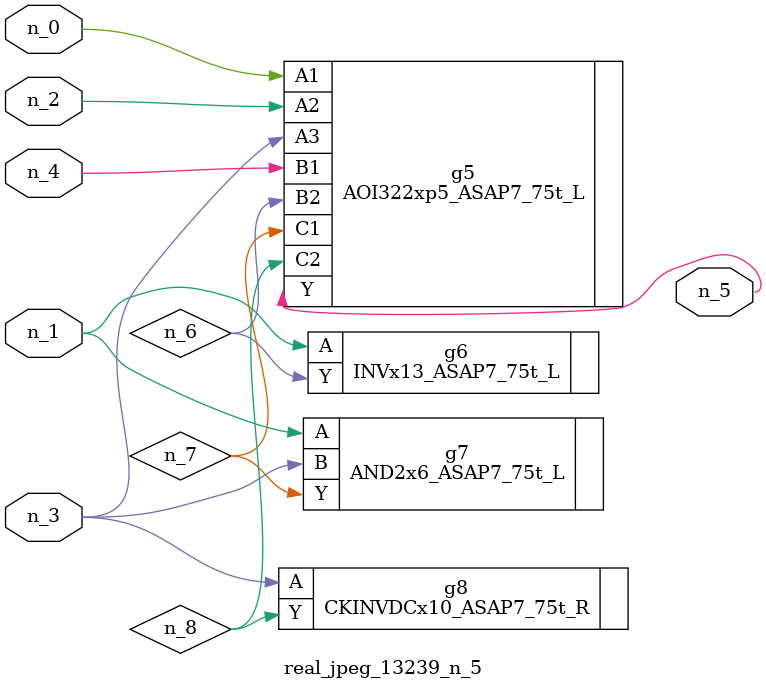
<source format=v>
module real_jpeg_13239_n_5 (n_4, n_0, n_1, n_2, n_3, n_5);

input n_4;
input n_0;
input n_1;
input n_2;
input n_3;

output n_5;

wire n_8;
wire n_6;
wire n_7;

AOI322xp5_ASAP7_75t_L g5 ( 
.A1(n_0),
.A2(n_2),
.A3(n_3),
.B1(n_4),
.B2(n_6),
.C1(n_7),
.C2(n_8),
.Y(n_5)
);

INVx13_ASAP7_75t_L g6 ( 
.A(n_1),
.Y(n_6)
);

AND2x6_ASAP7_75t_L g7 ( 
.A(n_1),
.B(n_3),
.Y(n_7)
);

CKINVDCx10_ASAP7_75t_R g8 ( 
.A(n_3),
.Y(n_8)
);


endmodule
</source>
